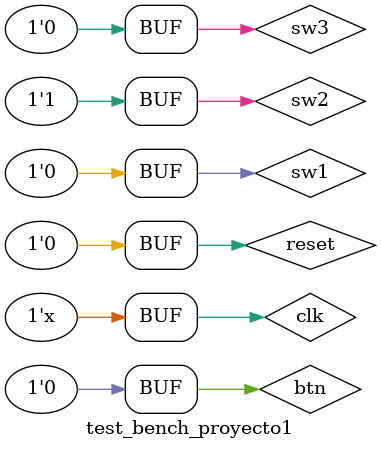
<source format=v>
`timescale 1ns / 1ps


module test_bench_proyecto1;

	// Inputs
	reg clk;
	reg reset;
	reg sw1;
	reg sw2;
	reg sw3;
	reg btn;
	
	// Outputs
	wire v_sync;
	wire h_sync;
	wire [2:0] rgb_out;
	

	// Instantiate the Unit Under Test (UUT)
	Instanciacion_Proyecto_I uut (
		.clk(clk), 
		.reset(reset), 
		.sw1(sw1), 
		.sw2(sw2), 
		.sw3(sw3), 
		.btn(btn), 
		.v_sync(v_sync), 
		.h_sync(h_sync), 
		.rgb_out(rgb_out)
	);

	initial begin
		// Initialize Inputs
		reset = 0;
		sw1 = 0;
		sw2 = 0;
		sw3 = 0;
		btn = 0;
		clk=0;
		// Wait 100 ns for global reset to finish
		#100;
        
			// se hace un clear inicial a todas las senales
      reset = 1; 
		#100;
		reset = 0;
		#100; 
		//se da un valor a la senal de control de colores.
		sw1 = 1;
		sw2 = 0;
		sw3 = 1;
		#100;
		// se activa el boton que indica al circuito que tome la senal ingreada por los switch
		btn = 1;
		#100;
		btn = 0;
		#200;
		//se da un nuevo valor a la senal de control de colores pero la salida RGB no cambia porque el btn no ha sido pulsado
		sw1 = 0;
		sw2 = 0;
		sw3 = 1;
		#200;
		//se da un nuevo valor a la senal de control de colores y se acciona el boton.
		sw1 = 0;
		sw2 = 0;
		sw3 = 1;
		#200;
		btn = 1;
		#100;
		btn = 0;		
		#100;
		sw1 = 0;
		sw2 = 1;
		sw3 = 0;
		btn = 1;
		#100;
		btn = 0;
	end
		
	//generacion de CLK de 50MHz
      always  begin
		#10	clk = ~clk;
		end 
endmodule



</source>
